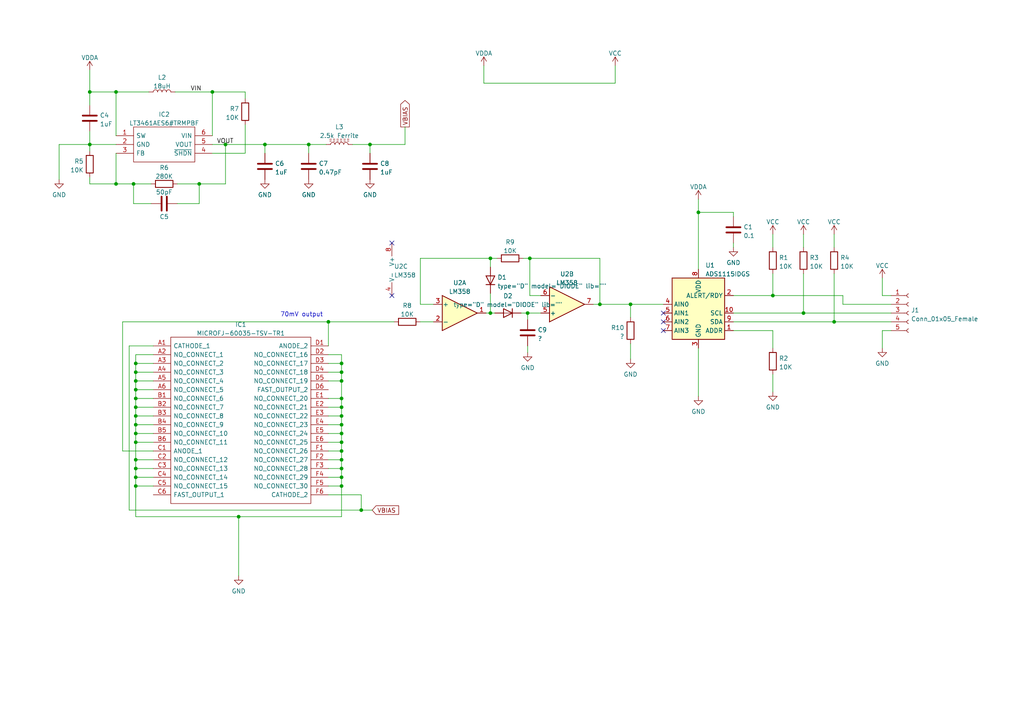
<source format=kicad_sch>
(kicad_sch (version 20211123) (generator eeschema)
  (paper "A4")
  (lib_symbols
    (symbol "Amplifier_Operational:LM358" (pin_names (offset 0.127))
      (property "Reference" "U" (at 0 5.08 0))
      (property "Value" "LM358" (at 0 -5.08 0))
      (symbol "LM358_1_1"
        (polyline (pts (xy -5.08 5.08) (xy 5.08 0) (xy -5.08 -5.08) (xy -5.08 5.08)) (stroke (width 0.254)) (fill (type background)))
        (pin output line (at 7.62 0 180) (length 2.54) (name "~") (number "1"))
        (pin input line (at -7.62 -2.54 0) (length 2.54) (name "-") (number "2"))
        (pin input line (at -7.62 2.54 0) (length 2.54) (name "+") (number "3"))
      )
      (symbol "LM358_2_1"
        (polyline (pts (xy -5.08 5.08) (xy 5.08 0) (xy -5.08 -5.08) (xy -5.08 5.08)) (stroke (width 0.254)) (fill (type background)))
        (pin input line (at -7.62 2.54 0) (length 2.54) (name "+") (number "5"))
        (pin input line (at -7.62 -2.54 0) (length 2.54) (name "-") (number "6"))
        (pin output line (at 7.62 0 180) (length 2.54) (name "~") (number "7"))
      )
      (symbol "LM358_3_1"
        (pin power_in line (at -2.54 -7.62 90) (length 3.81) (name "V-") (number "4"))
        (pin power_in line (at -2.54 7.62 270) (length 3.81) (name "V+") (number "8"))
      )
    )
    (symbol "Analog_ADC:ADS1115IDGS"
      (property "Reference" "U" (at 2.54 13.97 0))
      (property "Value" "ADS1115IDGS" (at 7.62 11.43 0))
      (symbol "ADS1115IDGS_0_1"
        (rectangle (start -7.62 10.16) (end 7.62 -7.62) (stroke (width 0.254)) (fill (type background)))
      )
      (symbol "ADS1115IDGS_1_1"
        (pin input line (at 10.16 -5.08 180) (length 2.54) (name "ADDR") (number "1"))
        (pin input line (at 10.16 0 180) (length 2.54) (name "SCL") (number "10"))
        (pin output line (at 10.16 5.08 180) (length 2.54) (name "ALERT/RDY") (number "2"))
        (pin power_in line (at 0 -10.16 90) (length 2.54) (name "GND") (number "3"))
        (pin input line (at -10.16 2.54 0) (length 2.54) (name "AIN0") (number "4"))
        (pin input line (at -10.16 0 0) (length 2.54) (name "AIN1") (number "5"))
        (pin input line (at -10.16 -2.54 0) (length 2.54) (name "AIN2") (number "6"))
        (pin input line (at -10.16 -5.08 0) (length 2.54) (name "AIN3") (number "7"))
        (pin power_in line (at 0 12.7 270) (length 2.54) (name "VDD") (number "8"))
        (pin bidirectional line (at 10.16 -2.54 180) (length 2.54) (name "SDA") (number "9"))
      )
    )
    (symbol "BuckBoost:LT3461AES6#TRMPBF" (pin_names (offset 0.762))
      (property "Reference" "IC" (at 24.13 7.62 0))
      (property "Value" "LT3461AES6#TRMPBF" (at 24.13 5.08 0))
      (symbol "LT3461AES6#TRMPBF_0_0"
        (pin passive line (at 0 0 0) (length 5.08) (name "SW") (number "1"))
        (pin passive line (at 0 -2.54 0) (length 5.08) (name "GND") (number "2"))
        (pin passive line (at 0 -5.08 0) (length 5.08) (name "FB") (number "3"))
        (pin passive line (at 27.94 -5.08 180) (length 5.08) (name "~{SHDN}") (number "4"))
        (pin passive line (at 27.94 -2.54 180) (length 5.08) (name "VOUT") (number "5"))
        (pin passive line (at 27.94 0 180) (length 5.08) (name "VIN") (number "6"))
      )
      (symbol "LT3461AES6#TRMPBF_0_1"
        (polyline (pts (xy 5.08 2.54) (xy 22.86 2.54) (xy 22.86 -7.62) (xy 5.08 -7.62) (xy 5.08 2.54)) (stroke (width 0.1524)))
      )
    )
    (symbol "Connector:Conn_01x05_Female" (pin_names (offset 1.016) hide)
      (property "Reference" "J" (at 0 7.62 0))
      (property "Value" "Conn_01x05_Female" (at 0 -7.62 0))
      (symbol "Conn_01x05_Female_1_1"
        (arc (start 0 -4.572) (mid -0.508 -5.08) (end 0 -5.588) (stroke (width 0.1524)))
        (arc (start 0 -2.032) (mid -0.508 -2.54) (end 0 -3.048) (stroke (width 0.1524)))
        (polyline (pts (xy -1.27 -5.08) (xy -0.508 -5.08)) (stroke (width 0.1524)))
        (polyline (pts (xy -1.27 -2.54) (xy -0.508 -2.54)) (stroke (width 0.1524)))
        (polyline (pts (xy -1.27 0) (xy -0.508 0)) (stroke (width 0.1524)))
        (polyline (pts (xy -1.27 2.54) (xy -0.508 2.54)) (stroke (width 0.1524)))
        (polyline (pts (xy -1.27 5.08) (xy -0.508 5.08)) (stroke (width 0.1524)))
        (arc (start 0 0.508) (mid -0.508 0) (end 0 -0.508) (stroke (width 0.1524)))
        (arc (start 0 3.048) (mid -0.508 2.54) (end 0 2.032) (stroke (width 0.1524)))
        (arc (start 0 5.588) (mid -0.508 5.08) (end 0 4.572) (stroke (width 0.1524)))
        (pin passive line (at -5.08 5.08 0) (length 3.81) (name "Pin_1") (number "1"))
        (pin passive line (at -5.08 2.54 0) (length 3.81) (name "Pin_2") (number "2"))
        (pin passive line (at -5.08 0 0) (length 3.81) (name "Pin_3") (number "3"))
        (pin passive line (at -5.08 -2.54 0) (length 3.81) (name "Pin_4") (number "4"))
        (pin passive line (at -5.08 -5.08 0) (length 3.81) (name "Pin_5") (number "5"))
      )
    )
    (symbol "Device:C" (pin_numbers hide) (pin_names (offset 0.254))
      (property "Reference" "C" (at 0.635 2.54 0))
      (property "Value" "C" (at 0.635 -2.54 0))
      (symbol "C_0_1"
        (polyline (pts (xy -2.032 -0.762) (xy 2.032 -0.762)) (stroke (width 0.508)))
        (polyline (pts (xy -2.032 0.762) (xy 2.032 0.762)) (stroke (width 0.508)))
      )
      (symbol "C_1_1"
        (pin passive line (at 0 3.81 270) (length 2.794) (name "~") (number "1"))
        (pin passive line (at 0 -3.81 90) (length 2.794) (name "~") (number "2"))
      )
    )
    (symbol "Device:L" (pin_numbers hide) (pin_names (offset 1.016) hide)
      (property "Reference" "L" (at -1.27 0 90))
      (property "Value" "L" (at 1.905 0 90))
      (symbol "L_0_1"
        (arc (start 0 -2.54) (mid 0.635 -1.905) (end 0 -1.27))
        (arc (start 0 -1.27) (mid 0.635 -0.635) (end 0 0))
        (arc (start 0 0) (mid 0.635 0.635) (end 0 1.27))
        (arc (start 0 1.27) (mid 0.635 1.905) (end 0 2.54))
      )
      (symbol "L_1_1"
        (pin passive line (at 0 3.81 270) (length 1.27) (name "1") (number "1"))
        (pin passive line (at 0 -3.81 90) (length 1.27) (name "2") (number "2"))
      )
    )
    (symbol "Device:L_Ferrite" (pin_numbers hide) (pin_names (offset 1.016) hide)
      (property "Reference" "L" (at -1.27 0 90))
      (property "Value" "L_Ferrite" (at 2.794 0 90))
      (symbol "L_Ferrite_0_1"
        (arc (start 0 -2.54) (mid 0.635 -1.905) (end 0 -1.27))
        (arc (start 0 -1.27) (mid 0.635 -0.635) (end 0 0))
        (polyline (pts (xy 1.016 -2.794) (xy 1.016 -2.286)))
        (polyline (pts (xy 1.016 -1.778) (xy 1.016 -1.27)))
        (polyline (pts (xy 1.016 -0.762) (xy 1.016 -0.254)))
        (polyline (pts (xy 1.016 0.254) (xy 1.016 0.762)))
        (polyline (pts (xy 1.016 1.27) (xy 1.016 1.778)))
        (polyline (pts (xy 1.016 2.286) (xy 1.016 2.794)))
        (polyline (pts (xy 1.524 -2.286) (xy 1.524 -2.794)))
        (polyline (pts (xy 1.524 -1.27) (xy 1.524 -1.778)))
        (polyline (pts (xy 1.524 -0.254) (xy 1.524 -0.762)))
        (polyline (pts (xy 1.524 0.762) (xy 1.524 0.254)))
        (polyline (pts (xy 1.524 1.778) (xy 1.524 1.27)))
        (polyline (pts (xy 1.524 2.794) (xy 1.524 2.286)))
        (arc (start 0 0) (mid 0.635 0.635) (end 0 1.27))
        (arc (start 0 1.27) (mid 0.635 1.905) (end 0 2.54))
      )
      (symbol "L_Ferrite_1_1"
        (pin passive line (at 0 3.81 270) (length 1.27) (name "1") (number "1"))
        (pin passive line (at 0 -3.81 90) (length 1.27) (name "2") (number "2"))
      )
    )
    (symbol "Device:R" (pin_numbers hide) (pin_names (offset 0))
      (property "Reference" "R" (at 2.032 0 90))
      (property "Value" "R" (at 0 0 90))
      (symbol "R_0_1"
        (rectangle (start -1.016 -2.54) (end 1.016 2.54) (stroke (width 0.254)))
      )
      (symbol "R_1_1"
        (pin passive line (at 0 3.81 270) (length 1.27) (name "~") (number "1"))
        (pin passive line (at 0 -3.81 90) (length 1.27) (name "~") (number "2"))
      )
    )
    (symbol "SiPM:MICROFJ-60035-TSV-TR1" (pin_names (offset 0.762))
      (property "Reference" "IC" (at 46.99 7.62 0))
      (property "Value" "MICROFJ-60035-TSV-TR1" (at 46.99 5.08 0))
      (symbol "MICROFJ-60035-TSV-TR1_0_0"
        (pin passive line (at 0 0 0) (length 5.08) (name "CATHODE_1") (number "A1"))
        (pin passive line (at 0 -2.54 0) (length 5.08) (name "NO_CONNECT_1") (number "A2"))
        (pin passive line (at 0 -5.08 0) (length 5.08) (name "NO_CONNECT_2") (number "A3"))
        (pin passive line (at 0 -7.62 0) (length 5.08) (name "NO_CONNECT_3") (number "A4"))
        (pin passive line (at 0 -10.16 0) (length 5.08) (name "NO_CONNECT_4") (number "A5"))
        (pin passive line (at 0 -12.7 0) (length 5.08) (name "NO_CONNECT_5") (number "A6"))
        (pin passive line (at 0 -15.24 0) (length 5.08) (name "NO_CONNECT_6") (number "B1"))
        (pin passive line (at 0 -17.78 0) (length 5.08) (name "NO_CONNECT_7") (number "B2"))
        (pin passive line (at 0 -20.32 0) (length 5.08) (name "NO_CONNECT_8") (number "B3"))
        (pin passive line (at 0 -22.86 0) (length 5.08) (name "NO_CONNECT_9") (number "B4"))
        (pin passive line (at 0 -25.4 0) (length 5.08) (name "NO_CONNECT_10") (number "B5"))
        (pin passive line (at 0 -27.94 0) (length 5.08) (name "NO_CONNECT_11") (number "B6"))
        (pin passive line (at 0 -30.48 0) (length 5.08) (name "ANODE_1") (number "C1"))
        (pin passive line (at 0 -33.02 0) (length 5.08) (name "NO_CONNECT_12") (number "C2"))
        (pin passive line (at 0 -35.56 0) (length 5.08) (name "NO_CONNECT_13") (number "C3"))
        (pin passive line (at 0 -38.1 0) (length 5.08) (name "NO_CONNECT_14") (number "C4"))
        (pin passive line (at 0 -40.64 0) (length 5.08) (name "NO_CONNECT_15") (number "C5"))
        (pin passive line (at 0 -43.18 0) (length 5.08) (name "FAST_OUTPUT_1") (number "C6"))
        (pin passive line (at 50.8 0 180) (length 5.08) (name "ANODE_2") (number "D1"))
        (pin passive line (at 50.8 -2.54 180) (length 5.08) (name "NO_CONNECT_16") (number "D2"))
        (pin passive line (at 50.8 -5.08 180) (length 5.08) (name "NO_CONNECT_17") (number "D3"))
        (pin passive line (at 50.8 -7.62 180) (length 5.08) (name "NO_CONNECT_18") (number "D4"))
        (pin passive line (at 50.8 -10.16 180) (length 5.08) (name "NO_CONNECT_19") (number "D5"))
        (pin passive line (at 50.8 -12.7 180) (length 5.08) (name "FAST_OUTPUT_2") (number "D6"))
        (pin passive line (at 50.8 -15.24 180) (length 5.08) (name "NO_CONNECT_20") (number "E1"))
        (pin passive line (at 50.8 -17.78 180) (length 5.08) (name "NO_CONNECT_21") (number "E2"))
        (pin passive line (at 50.8 -20.32 180) (length 5.08) (name "NO_CONNECT_22") (number "E3"))
        (pin passive line (at 50.8 -22.86 180) (length 5.08) (name "NO_CONNECT_23") (number "E4"))
        (pin passive line (at 50.8 -25.4 180) (length 5.08) (name "NO_CONNECT_24") (number "E5"))
        (pin passive line (at 50.8 -27.94 180) (length 5.08) (name "NO_CONNECT_25") (number "E6"))
        (pin passive line (at 50.8 -30.48 180) (length 5.08) (name "NO_CONNECT_26") (number "F1"))
        (pin passive line (at 50.8 -33.02 180) (length 5.08) (name "NO_CONNECT_27") (number "F2"))
        (pin passive line (at 50.8 -35.56 180) (length 5.08) (name "NO_CONNECT_28") (number "F3"))
        (pin passive line (at 50.8 -38.1 180) (length 5.08) (name "NO_CONNECT_29") (number "F4"))
        (pin passive line (at 50.8 -40.64 180) (length 5.08) (name "NO_CONNECT_30") (number "F5"))
        (pin passive line (at 50.8 -43.18 180) (length 5.08) (name "CATHODE_2") (number "F6"))
      )
      (symbol "MICROFJ-60035-TSV-TR1_0_1"
        (polyline (pts (xy 5.08 2.54) (xy 45.72 2.54) (xy 45.72 -45.72) (xy 5.08 -45.72) (xy 5.08 2.54)) (stroke (width 0.1524)))
      )
    )
    (symbol "Simulation_SPICE:DIODE" (pin_numbers hide) (pin_names (offset 1.016) hide)
      (property "Reference" "D" (at 0 2.54 0))
      (property "Value" "DIODE" (at 0 -2.54 0))
      (symbol "DIODE_0_1"
        (polyline (pts (xy 1.27 0) (xy -1.27 0)))
        (polyline (pts (xy 1.27 1.27) (xy 1.27 -1.27)) (stroke (width 0.254)))
        (polyline (pts (xy -1.27 -1.27) (xy -1.27 1.27) (xy 1.27 0) (xy -1.27 -1.27)) (stroke (width 0.254)))
      )
      (symbol "DIODE_1_1"
        (pin passive line (at -3.81 0 0) (length 2.54) (name "A") (number "1"))
        (pin passive line (at 3.81 0 180) (length 2.54) (name "K") (number "2"))
      )
    )
    (symbol "power:GND" (power) (pin_names (offset 0))
      (property "Value" "GND" (at 0 -3.81 0))
      (symbol "GND_0_1"
        (polyline (pts (xy 0 0) (xy 0 -1.27) (xy 1.27 -1.27) (xy 0 -2.54) (xy -1.27 -1.27) (xy 0 -1.27)))
      )
      (symbol "GND_1_1"
        (pin power_in line (at 0 0 270) (length 0) hide (name "GND") (number "1"))
      )
    )
    (symbol "power:VCC" (power) (pin_names (offset 0))
      (property "Value" "VCC" (at 0 3.81 0))
      (symbol "VCC_0_1"
        (polyline (pts (xy -0.762 1.27) (xy 0 2.54)))
        (polyline (pts (xy 0 0) (xy 0 2.54)))
        (polyline (pts (xy 0 2.54) (xy 0.762 1.27)))
      )
      (symbol "VCC_1_1"
        (pin power_in line (at 0 0 90) (length 0) hide (name "VCC") (number "1"))
      )
    )
    (symbol "power:VDDA" (power) (pin_names (offset 0))
      (property "Value" "VDDA" (at 0 3.81 0))
      (symbol "VDDA_0_1"
        (polyline (pts (xy -0.762 1.27) (xy 0 2.54)))
        (polyline (pts (xy 0 0) (xy 0 2.54)))
        (polyline (pts (xy 0 2.54) (xy 0.762 1.27)))
      )
      (symbol "VDDA_1_1"
        (pin power_in line (at 0 0 90) (length 0) hide (name "VDDA") (number "1"))
      )
    )
  )
  (junction (at 142.24 90.805))
  (junction (at 39.37 125.73))
  (junction (at 39.37 110.49))
  (junction (at 57.785 53.34))
  (junction (at 65.405 41.91))
  (junction (at 39.37 123.19))
  (junction (at 39.37 120.65))
  (junction (at 99.06 123.19))
  (junction (at 99.06 138.43))
  (junction (at 99.06 120.65))
  (junction (at 69.215 149.86))
  (junction (at 182.88 88.265))
  (junction (at 104.775 147.955))
  (junction (at 39.37 105.41))
  (junction (at 99.06 130.81))
  (junction (at 107.315 41.91))
  (junction (at 99.06 107.95))
  (junction (at 99.06 140.97))
  (junction (at 95.25 93.345))
  (junction (at 241.935 93.345))
  (junction (at 39.37 133.35))
  (junction (at 61.595 26.67))
  (junction (at 99.06 118.11))
  (junction (at 99.06 128.27))
  (junction (at 99.06 115.57))
  (junction (at 38.735 53.34))
  (junction (at 142.24 74.93))
  (junction (at 76.835 41.91))
  (junction (at 39.37 115.57))
  (junction (at 99.06 110.49))
  (junction (at 39.37 107.95))
  (junction (at 153.67 74.93))
  (junction (at 39.37 140.97))
  (junction (at 202.565 61.595))
  (junction (at 33.655 53.34))
  (junction (at 99.06 125.73))
  (junction (at 39.37 128.27))
  (junction (at 99.06 105.41))
  (junction (at 39.37 135.89))
  (junction (at 224.155 85.725))
  (junction (at 39.37 118.11))
  (junction (at 26.035 26.67))
  (junction (at 233.045 90.805))
  (junction (at 26.035 41.91))
  (junction (at 99.06 135.89))
  (junction (at 39.37 138.43))
  (junction (at 89.535 41.91))
  (junction (at 39.37 113.03))
  (junction (at 99.06 133.35))
  (junction (at 153.035 90.805))
  (junction (at 173.99 88.265))
  (junction (at 33.655 26.67))
  (no_connect (at 192.405 90.805))
  (no_connect (at 192.405 93.345))
  (no_connect (at 192.405 95.885))
  (no_connect (at 113.665 70.485))
  (no_connect (at 113.665 85.725))
  (wire (pts (xy 39.37 135.89) (xy 44.45 135.89)))
  (wire (pts (xy 33.655 53.34) (xy 38.735 53.34)))
  (wire (pts (xy 95.25 133.35) (xy 99.06 133.35)))
  (wire (pts (xy 44.45 107.95) (xy 39.37 107.95)))
  (wire (pts (xy 95.25 140.97) (xy 99.06 140.97)))
  (wire (pts (xy 39.37 138.43) (xy 39.37 140.97)))
  (wire (pts (xy 224.155 108.585) (xy 224.155 113.665)))
  (wire (pts (xy 182.88 88.265) (xy 182.88 92.075)))
  (wire (pts (xy 173.99 88.265) (xy 173.99 74.93)))
  (wire (pts (xy 39.37 135.89) (xy 39.37 138.43)))
  (wire (pts (xy 71.12 44.45) (xy 71.12 36.195)))
  (wire (pts (xy 44.45 133.35) (xy 39.37 133.35)))
  (wire (pts (xy 39.37 140.97) (xy 39.37 149.86)))
  (wire (pts (xy 26.035 53.34) (xy 33.655 53.34)))
  (wire (pts (xy 26.035 38.1) (xy 26.035 41.91)))
  (wire (pts (xy 142.24 74.93) (xy 142.24 77.47)))
  (wire (pts (xy 212.725 61.595) (xy 202.565 61.595)))
  (wire (pts (xy 107.315 41.91) (xy 102.235 41.91)))
  (wire (pts (xy 99.06 105.41) (xy 99.06 107.95)))
  (wire (pts (xy 39.37 113.03) (xy 39.37 115.57)))
  (wire (pts (xy 26.035 41.91) (xy 26.035 43.815)))
  (wire (pts (xy 95.25 135.89) (xy 99.06 135.89)))
  (wire (pts (xy 99.06 135.89) (xy 99.06 138.43)))
  (wire (pts (xy 142.24 85.09) (xy 142.24 90.805)))
  (wire (pts (xy 151.13 90.805) (xy 153.035 90.805)))
  (wire (pts (xy 99.06 140.97) (xy 99.06 149.86)))
  (wire (pts (xy 39.37 128.27) (xy 44.45 128.27)))
  (wire (pts (xy 44.45 123.19) (xy 39.37 123.19)))
  (wire (pts (xy 173.99 74.93) (xy 153.67 74.93)))
  (wire (pts (xy 61.595 41.91) (xy 65.405 41.91)))
  (wire (pts (xy 241.935 67.945) (xy 241.935 71.755)))
  (wire (pts (xy 39.37 115.57) (xy 44.45 115.57)))
  (wire (pts (xy 224.155 95.885) (xy 224.155 100.965)))
  (wire (pts (xy 140.335 19.05) (xy 140.335 24.13)))
  (wire (pts (xy 39.37 110.49) (xy 44.45 110.49)))
  (wire (pts (xy 26.035 51.435) (xy 26.035 53.34)))
  (wire (pts (xy 95.25 110.49) (xy 99.06 110.49)))
  (wire (pts (xy 104.775 143.51) (xy 104.775 147.955)))
  (wire (pts (xy 71.12 28.575) (xy 71.12 26.67)))
  (wire (pts (xy 144.145 74.93) (xy 142.24 74.93)))
  (wire (pts (xy 233.045 90.805) (xy 258.445 90.805)))
  (wire (pts (xy 224.155 85.725) (xy 224.155 79.375)))
  (wire (pts (xy 38.735 53.34) (xy 43.815 53.34)))
  (wire (pts (xy 258.445 85.725) (xy 255.905 85.725)))
  (wire (pts (xy 95.25 120.65) (xy 99.06 120.65)))
  (wire (pts (xy 202.565 100.965) (xy 202.565 114.935)))
  (wire (pts (xy 26.035 26.67) (xy 26.035 30.48)))
  (wire (pts (xy 99.06 102.87) (xy 99.06 105.41)))
  (wire (pts (xy 140.97 90.805) (xy 142.24 90.805)))
  (wire (pts (xy 95.25 118.11) (xy 99.06 118.11)))
  (wire (pts (xy 61.595 44.45) (xy 71.12 44.45)))
  (wire (pts (xy 173.99 88.265) (xy 182.88 88.265)))
  (wire (pts (xy 255.905 95.885) (xy 255.905 100.965)))
  (wire (pts (xy 69.215 149.86) (xy 39.37 149.86)))
  (wire (pts (xy 39.37 102.87) (xy 44.45 102.87)))
  (wire (pts (xy 95.25 130.81) (xy 99.06 130.81)))
  (wire (pts (xy 35.56 130.81) (xy 35.56 93.345)))
  (wire (pts (xy 233.045 67.945) (xy 233.045 71.755)))
  (wire (pts (xy 99.06 130.81) (xy 99.06 133.35)))
  (wire (pts (xy 99.06 128.27) (xy 99.06 130.81)))
  (wire (pts (xy 244.475 88.265) (xy 258.445 88.265)))
  (wire (pts (xy 99.06 115.57) (xy 99.06 118.11)))
  (wire (pts (xy 182.88 88.265) (xy 192.405 88.265)))
  (wire (pts (xy 224.155 67.945) (xy 224.155 71.755)))
  (wire (pts (xy 39.37 123.19) (xy 39.37 125.73)))
  (wire (pts (xy 76.835 41.91) (xy 89.535 41.91)))
  (wire (pts (xy 99.06 118.11) (xy 99.06 120.65)))
  (wire (pts (xy 117.475 41.91) (xy 117.475 36.83)))
  (wire (pts (xy 39.37 120.65) (xy 44.45 120.65)))
  (wire (pts (xy 26.035 20.32) (xy 26.035 26.67)))
  (wire (pts (xy 153.035 100.33) (xy 153.035 102.235)))
  (wire (pts (xy 95.25 128.27) (xy 99.06 128.27)))
  (wire (pts (xy 71.12 26.67) (xy 61.595 26.67)))
  (wire (pts (xy 95.25 143.51) (xy 104.775 143.51)))
  (wire (pts (xy 258.445 95.885) (xy 255.905 95.885)))
  (wire (pts (xy 26.035 26.67) (xy 33.655 26.67)))
  (wire (pts (xy 39.37 110.49) (xy 39.37 113.03)))
  (wire (pts (xy 39.37 133.35) (xy 39.37 135.89)))
  (wire (pts (xy 107.315 44.45) (xy 107.315 41.91)))
  (wire (pts (xy 156.845 85.725) (xy 153.67 85.725)))
  (wire (pts (xy 39.37 115.57) (xy 39.37 118.11)))
  (wire (pts (xy 140.335 24.13) (xy 178.435 24.13)))
  (wire (pts (xy 26.035 41.91) (xy 17.145 41.91)))
  (wire (pts (xy 95.25 93.345) (xy 114.3 93.345)))
  (wire (pts (xy 61.595 26.67) (xy 61.595 39.37)))
  (wire (pts (xy 95.25 115.57) (xy 99.06 115.57)))
  (wire (pts (xy 50.8 26.67) (xy 61.595 26.67)))
  (wire (pts (xy 89.535 41.91) (xy 89.535 44.45)))
  (wire (pts (xy 65.405 41.91) (xy 65.405 53.34)))
  (wire (pts (xy 33.655 26.67) (xy 43.18 26.67)))
  (wire (pts (xy 39.37 118.11) (xy 39.37 120.65)))
  (wire (pts (xy 44.45 130.81) (xy 35.56 130.81)))
  (wire (pts (xy 33.655 44.45) (xy 33.655 53.34)))
  (wire (pts (xy 65.405 53.34) (xy 57.785 53.34)))
  (wire (pts (xy 224.155 85.725) (xy 244.475 85.725)))
  (wire (pts (xy 212.725 70.485) (xy 212.725 71.755)))
  (wire (pts (xy 57.785 59.055) (xy 57.785 53.34)))
  (wire (pts (xy 202.565 57.785) (xy 202.565 61.595)))
  (wire (pts (xy 212.725 90.805) (xy 233.045 90.805)))
  (wire (pts (xy 95.25 105.41) (xy 99.06 105.41)))
  (wire (pts (xy 39.37 120.65) (xy 39.37 123.19)))
  (wire (pts (xy 39.37 128.27) (xy 39.37 133.35)))
  (wire (pts (xy 153.67 85.725) (xy 153.67 74.93)))
  (wire (pts (xy 241.935 93.345) (xy 241.935 79.375)))
  (wire (pts (xy 212.725 62.865) (xy 212.725 61.595)))
  (wire (pts (xy 76.835 41.91) (xy 76.835 44.45)))
  (wire (pts (xy 99.06 120.65) (xy 99.06 123.19)))
  (wire (pts (xy 107.315 41.91) (xy 117.475 41.91)))
  (wire (pts (xy 99.06 138.43) (xy 99.06 140.97)))
  (wire (pts (xy 39.37 105.41) (xy 39.37 107.95)))
  (wire (pts (xy 121.92 93.345) (xy 125.73 93.345)))
  (wire (pts (xy 37.465 147.955) (xy 104.775 147.955)))
  (wire (pts (xy 39.37 118.11) (xy 44.45 118.11)))
  (wire (pts (xy 51.435 59.055) (xy 57.785 59.055)))
  (wire (pts (xy 95.25 100.33) (xy 95.25 93.345)))
  (wire (pts (xy 44.45 113.03) (xy 39.37 113.03)))
  (wire (pts (xy 95.25 123.19) (xy 99.06 123.19)))
  (wire (pts (xy 39.37 102.87) (xy 39.37 105.41)))
  (wire (pts (xy 39.37 107.95) (xy 39.37 110.49)))
  (wire (pts (xy 95.25 125.73) (xy 99.06 125.73)))
  (wire (pts (xy 212.725 85.725) (xy 224.155 85.725)))
  (wire (pts (xy 172.085 88.265) (xy 173.99 88.265)))
  (wire (pts (xy 39.37 140.97) (xy 44.45 140.97)))
  (wire (pts (xy 95.25 138.43) (xy 99.06 138.43)))
  (wire (pts (xy 121.92 74.93) (xy 121.92 88.265)))
  (wire (pts (xy 44.45 100.33) (xy 37.465 100.33)))
  (wire (pts (xy 244.475 85.725) (xy 244.475 88.265)))
  (wire (pts (xy 69.215 167.005) (xy 69.215 149.86)))
  (wire (pts (xy 57.785 53.34) (xy 51.435 53.34)))
  (wire (pts (xy 142.24 90.805) (xy 143.51 90.805)))
  (wire (pts (xy 17.145 41.91) (xy 17.145 52.07)))
  (wire (pts (xy 142.24 74.93) (xy 121.92 74.93)))
  (wire (pts (xy 99.06 123.19) (xy 99.06 125.73)))
  (wire (pts (xy 26.035 41.91) (xy 33.655 41.91)))
  (wire (pts (xy 182.88 99.695) (xy 182.88 104.14)))
  (wire (pts (xy 104.775 147.955) (xy 107.95 147.955)))
  (wire (pts (xy 38.735 59.055) (xy 43.815 59.055)))
  (wire (pts (xy 65.405 41.91) (xy 76.835 41.91)))
  (wire (pts (xy 202.565 61.595) (xy 202.565 78.105)))
  (wire (pts (xy 99.06 110.49) (xy 99.06 115.57)))
  (wire (pts (xy 99.06 125.73) (xy 99.06 128.27)))
  (wire (pts (xy 151.765 74.93) (xy 153.67 74.93)))
  (wire (pts (xy 37.465 100.33) (xy 37.465 147.955)))
  (wire (pts (xy 39.37 138.43) (xy 44.45 138.43)))
  (wire (pts (xy 241.935 93.345) (xy 258.445 93.345)))
  (wire (pts (xy 39.37 125.73) (xy 39.37 128.27)))
  (wire (pts (xy 121.92 88.265) (xy 125.73 88.265)))
  (wire (pts (xy 38.735 53.34) (xy 38.735 59.055)))
  (wire (pts (xy 255.905 85.725) (xy 255.905 80.645)))
  (wire (pts (xy 39.37 105.41) (xy 44.45 105.41)))
  (wire (pts (xy 233.045 90.805) (xy 233.045 79.375)))
  (wire (pts (xy 35.56 93.345) (xy 95.25 93.345)))
  (wire (pts (xy 99.06 133.35) (xy 99.06 135.89)))
  (wire (pts (xy 212.725 95.885) (xy 224.155 95.885)))
  (wire (pts (xy 69.215 149.86) (xy 99.06 149.86)))
  (wire (pts (xy 212.725 93.345) (xy 241.935 93.345)))
  (wire (pts (xy 39.37 125.73) (xy 44.45 125.73)))
  (wire (pts (xy 95.25 102.87) (xy 99.06 102.87)))
  (wire (pts (xy 153.035 90.805) (xy 156.845 90.805)))
  (wire (pts (xy 153.035 92.71) (xy 153.035 90.805)))
  (wire (pts (xy 99.06 107.95) (xy 99.06 110.49)))
  (wire (pts (xy 178.435 24.13) (xy 178.435 19.05)))
  (wire (pts (xy 94.615 41.91) (xy 89.535 41.91)))
  (wire (pts (xy 95.25 107.95) (xy 99.06 107.95)))
  (wire (pts (xy 33.655 39.37) (xy 33.655 26.67)))
  (text "70mV output" (at 81.28 92.075 0) (effects (font (size 1.27 1.27)) (justify left bottom)))
  (label "VOUT" (at 62.865 41.91 0))
  (label "VIN" (at 55.245 26.67 0))
  (global_label "VBIAS" (shape input) (at 107.95 147.955 0) (property "Intersheet References" "${INTERSHEET_REFS}" (effects hide)))
  (global_label "VBIAS" (shape output) (at 117.475 36.83 90) (property "Intersheet References" "${INTERSHEET_REFS}" (effects hide)))
  (symbol (lib_id "Device:R") (at 224.155 75.565 0) (unit 1)
    (property "Reference" "R1" (at 225.933 74.7303 0) (effects (justify left)))
    (property "Value" "10K" (at 225.933 77.2672 0) (effects (justify left)))
    (property "Footprint" "Resistor_SMD:R_0603_1608Metric" (effects hide))
  )
  (symbol (lib_id "power:VCC") (at 233.045 67.945 0) (unit 1)
    (property "Reference" "#PWR0106" (effects hide))
    (property "Value" "VCC" (at 233.045 64.3692 0))
  )
  (symbol (lib_id "Connector:Conn_01x05_Female") (at 263.525 90.805 0) (unit 1)
    (property "Reference" "J1" (at 264.2362 89.9703 0) (effects (justify left)))
    (property "Value" "Conn_01x05_Female" (at 264.2362 92.5072 0) (effects (justify left)))
    (property "Footprint" "Connector_Molex:Molex_Pico-Lock_504050-0591_1x05-1MP_P1.50mm_Horizontal" (effects hide))
  )
  (symbol (lib_id "Device:R") (at 224.155 104.775 0) (unit 1)
    (property "Reference" "R2" (at 225.933 103.9403 0) (effects (justify left)))
    (property "Value" "10K" (at 225.933 106.4772 0) (effects (justify left)))
    (property "Footprint" "Resistor_SMD:R_0603_1608Metric" (effects hide))
  )
  (symbol (lib_id "Device:R") (at 147.955 74.93 90) (mirror x) (unit 1)
    (property "Reference" "R9" (at 147.955 70.2142 90))
    (property "Value" "10K" (at 147.955 72.7511 90))
    (property "Footprint" "Resistor_SMD:R_0603_1608Metric" (effects hide))
  )
  (symbol (lib_id "Simulation_SPICE:DIODE") (at 142.24 81.28 270) (unit 1)
    (property "Reference" "D1" (at 144.272 80.4453 90) (effects (justify left)))
    (property "Value" "DIODE" (at 144.272 82.9822 90) (effects (justify left)))
    (property "Footprint" "Diode_SMD:D_SOD-323" (effects hide))
    (property "Spice_Netlist_Enabled" "Y" (effects hide))
    (property "Spice_Primitive" "D" (effects hide))
  )
  (symbol (lib_id "Amplifier_Operational:LM358") (at 116.205 78.105 0) (unit 3)
    (property "Reference" "U2" (at 114.3 77.2703 0) (effects (justify left)))
    (property "Value" "LM358" (at 114.3 79.8072 0) (effects (justify left)))
    (property "Footprint" "Package_SO:SOIC-8-1EP_3.9x4.9mm_P1.27mm_EP2.29x3mm" (effects hide))
    (property "Datasheet" "http://www.ti.com/lit/ds/symlink/lm2904-n.pdf" (effects hide))
  )
  (symbol (lib_id "Device:R") (at 233.045 75.565 0) (unit 1)
    (property "Reference" "R3" (at 234.823 74.7303 0) (effects (justify left)))
    (property "Value" "10K" (at 234.823 77.2672 0) (effects (justify left)))
    (property "Footprint" "Resistor_SMD:R_0603_1608Metric" (effects hide))
  )
  (symbol (lib_id "Device:R") (at 241.935 75.565 0) (unit 1)
    (property "Reference" "R4" (at 243.713 74.7303 0) (effects (justify left)))
    (property "Value" "10K" (at 243.713 77.2672 0) (effects (justify left)))
    (property "Footprint" "Resistor_SMD:R_0603_1608Metric" (effects hide))
  )
  (symbol (lib_id "Device:R") (at 118.11 93.345 90) (mirror x) (unit 1)
    (property "Reference" "R8" (at 118.11 88.6292 90))
    (property "Value" "10K" (at 118.11 91.1661 90))
    (property "Footprint" "Resistor_SMD:R_0603_1608Metric" (effects hide))
  )
  (symbol (lib_id "power:GND") (at 107.315 52.07 0) (unit 1)
    (property "Reference" "#PWR0118" (effects hide))
    (property "Value" "GND" (at 107.315 56.5134 0))
  )
  (symbol (lib_id "Device:C") (at 26.035 34.29 0) (mirror y) (unit 1)
    (property "Reference" "C4" (at 28.956 33.4553 0) (effects (justify right)))
    (property "Value" "1uF" (at 28.956 35.9922 0) (effects (justify right)))
    (property "Footprint" "Capacitor_SMD:C_0603_1608Metric" (effects hide))
  )
  (symbol (lib_id "Amplifier_Operational:LM358") (at 133.35 90.805 0) (unit 1)
    (property "Reference" "U2" (at 133.35 82.0252 0))
    (property "Value" "LM358" (at 133.35 84.5621 0))
    (property "Footprint" "Package_SO:SOIC-8-1EP_3.9x4.9mm_P1.27mm_EP2.29x3mm" (effects hide))
    (property "Datasheet" "http://www.ti.com/lit/ds/symlink/lm2904-n.pdf" (effects hide))
  )
  (symbol (lib_id "power:GND") (at 182.88 104.14 0) (unit 1)
    (property "Reference" "#PWR0119" (effects hide))
    (property "Value" "GND" (at 182.88 108.5834 0))
  )
  (symbol (lib_id "BuckBoost:LT3461AES6#TRMPBF") (at 33.655 39.37 0) (unit 1)
    (property "Reference" "IC2" (at 47.625 33.181 0))
    (property "Value" "LT3461AES6#TRMPBF" (at 47.625 35.7179 0))
    (property "Footprint" "Package_TO_SOT_SMD:TSOT-23-6" (effects hide))
    (property "Datasheet" "https://componentsearchengine.com/Datasheets/1/LT3461AES6#TRMPBF.pdf" (effects hide))
    (property "Description" "Linear Technology LT3461AES6#TRMPBF, Step Up DC-DC Converter, 600mA, Adjustable, 6-Pin TSOT-23" (effects hide))
    (property "Height" "1" (effects hide))
    (property "Mouser Part Number" "584-LT3461AES6TRMPBF" (effects hide))
    (property "Mouser Price/Stock" "https://www.mouser.com/Search/Refine.aspx?Keyword=584-LT3461AES6TRMPBF" (effects hide))
    (property "Manufacturer_Name" "Analog Devices" (effects hide))
    (property "Manufacturer_Part_Number" "LT3461AES6#TRMPBF" (effects hide))
  )
  (symbol (lib_id "power:VDDA") (at 202.565 57.785 0) (unit 1)
    (property "Reference" "#PWR0101" (effects hide))
    (property "Value" "VDDA" (at 202.565 54.2092 0))
  )
  (symbol (lib_id "power:GND") (at 224.155 113.665 0) (unit 1)
    (property "Reference" "#PWR0104" (effects hide))
    (property "Value" "GND" (at 224.155 118.1084 0))
  )
  (symbol (lib_id "power:VCC") (at 255.905 80.645 0) (unit 1)
    (property "Reference" "#PWR0109" (effects hide))
    (property "Value" "VCC" (at 255.905 77.0692 0))
  )
  (symbol (lib_id "power:GND") (at 89.535 52.07 0) (unit 1)
    (property "Reference" "#PWR0116" (effects hide))
    (property "Value" "GND" (at 89.535 56.5134 0))
  )
  (symbol (lib_id "power:VCC") (at 241.935 67.945 0) (unit 1)
    (property "Reference" "#PWR0107" (effects hide))
    (property "Value" "VCC" (at 241.935 64.3692 0))
  )
  (symbol (lib_id "Device:C") (at 76.835 48.26 0) (unit 1)
    (property "Reference" "C6" (at 79.756 47.4253 0) (effects (justify left)))
    (property "Value" "1uF" (at 79.756 49.9622 0) (effects (justify left)))
    (property "Footprint" "Capacitor_SMD:C_0603_1608Metric" (effects hide))
  )
  (symbol (lib_id "power:VDDA") (at 26.035 20.32 0) (unit 1)
    (property "Reference" "#PWR0114" (effects hide))
    (property "Value" "VDDA" (at 26.035 16.7442 0))
  )
  (symbol (lib_id "power:GND") (at 212.725 71.755 0) (unit 1)
    (property "Reference" "#PWR0102" (effects hide))
    (property "Value" "GND" (at 212.725 76.1984 0))
  )
  (symbol (lib_id "power:GND") (at 255.905 100.965 0) (unit 1)
    (property "Reference" "#PWR0108" (effects hide))
    (property "Value" "GND" (at 255.905 105.4084 0))
  )
  (symbol (lib_id "Device:C") (at 47.625 59.055 270) (unit 1)
    (property "Reference" "C5" (at 47.625 62.865 90))
    (property "Value" "50pF" (at 47.625 55.7331 90))
    (property "Footprint" "Capacitor_SMD:C_0603_1608Metric" (effects hide))
  )
  (symbol (lib_id "Device:C") (at 107.315 48.26 0) (unit 1)
    (property "Reference" "C8" (at 110.236 47.4253 0) (effects (justify left)))
    (property "Value" "1uF" (at 110.236 49.9622 0) (effects (justify left)))
    (property "Footprint" "Capacitor_SMD:C_0603_1608Metric" (effects hide))
  )
  (symbol (lib_id "power:GND") (at 76.835 52.07 0) (unit 1)
    (property "Reference" "#PWR0117" (effects hide))
    (property "Value" "GND" (at 76.835 56.5134 0))
  )
  (symbol (lib_id "Device:C") (at 89.535 48.26 0) (unit 1)
    (property "Reference" "C7" (at 92.456 47.4253 0) (effects (justify left)))
    (property "Value" "0.47pF" (at 92.456 49.9622 0) (effects (justify left)))
    (property "Footprint" "Capacitor_SMD:C_0603_1608Metric" (effects hide))
  )
  (symbol (lib_id "power:VCC") (at 224.155 67.945 0) (unit 1)
    (property "Reference" "#PWR0103" (effects hide))
    (property "Value" "VCC" (at 224.155 64.3692 0))
  )
  (symbol (lib_id "Device:R") (at 47.625 53.34 90) (mirror x) (unit 1)
    (property "Reference" "R6" (at 47.625 48.6242 90))
    (property "Value" "280K" (at 47.625 51.1611 90))
    (property "Footprint" "Resistor_SMD:R_0603_1608Metric" (effects hide))
  )
  (symbol (lib_id "Device:C") (at 153.035 96.52 0) (unit 1)
    (property "Reference" "C9" (at 155.956 95.6853 0) (effects (justify left)))
    (property "Value" "?" (at 155.956 98.2222 0) (effects (justify left)))
    (property "Footprint" "Capacitor_SMD:C_0603_1608Metric" (effects hide))
  )
  (symbol (lib_id "Amplifier_Operational:LM358") (at 164.465 88.265 0) (mirror x) (unit 2)
    (property "Reference" "U2" (at 164.465 79.4852 0))
    (property "Value" "LM358" (at 164.465 82.0221 0))
    (property "Footprint" "Package_SO:SOIC-8-1EP_3.9x4.9mm_P1.27mm_EP2.29x3mm" (effects hide))
    (property "Datasheet" "http://www.ti.com/lit/ds/symlink/lm2904-n.pdf" (effects hide))
  )
  (symbol (lib_id "Device:R") (at 182.88 95.885 0) (mirror x) (unit 1)
    (property "Reference" "R10" (at 181.102 95.0503 0) (effects (justify right)))
    (property "Value" "?" (at 181.102 97.5872 0) (effects (justify right)))
    (property "Footprint" "Resistor_SMD:R_0603_1608Metric" (effects hide))
  )
  (symbol (lib_id "power:GND") (at 153.035 102.235 0) (unit 1)
    (property "Reference" "#PWR0120" (effects hide))
    (property "Value" "GND" (at 153.035 106.6784 0))
  )
  (symbol (lib_id "power:GND") (at 17.145 52.07 0) (unit 1)
    (property "Reference" "#PWR0121" (effects hide))
    (property "Value" "GND" (at 17.145 56.5134 0))
  )
  (symbol (lib_id "Device:L_Ferrite") (at 98.425 41.91 90) (unit 1)
    (property "Reference" "L3" (at 98.425 36.8132 90))
    (property "Value" "2.5k Ferrite" (at 98.425 39.3501 90))
    (property "Footprint" "Resistor_SMD:R_0603_1608Metric" (effects hide))
  )
  (symbol (lib_id "Device:R") (at 71.12 32.385 0) (mirror y) (unit 1)
    (property "Reference" "R7" (at 69.342 31.5503 0) (effects (justify left)))
    (property "Value" "10K" (at 69.342 34.0872 0) (effects (justify left)))
    (property "Footprint" "Resistor_SMD:R_0603_1608Metric" (effects hide))
  )
  (symbol (lib_id "Device:C") (at 212.725 66.675 0) (unit 1)
    (property "Reference" "C1" (at 215.646 65.8403 0) (effects (justify left)))
    (property "Value" "0.1" (at 215.646 68.3772 0) (effects (justify left)))
    (property "Footprint" "Capacitor_SMD:C_0603_1608Metric" (effects hide))
  )
  (symbol (lib_id "power:VDDA") (at 140.335 19.05 0) (unit 1)
    (property "Reference" "#PWR0111" (effects hide))
    (property "Value" "VDDA" (at 140.335 15.4742 0))
  )
  (symbol (lib_id "power:VCC") (at 178.435 19.05 0) (unit 1)
    (property "Reference" "#PWR0113" (effects hide))
    (property "Value" "VCC" (at 178.435 15.4742 0))
  )
  (symbol (lib_id "Analog_ADC:ADS1115IDGS") (at 202.565 90.805 0) (unit 1)
    (property "Reference" "U1" (at 204.5844 76.9452 0) (effects (justify left)))
    (property "Value" "ADS1115IDGS" (at 204.5844 79.4821 0) (effects (justify left)))
    (property "Footprint" "Package_SO:TSSOP-10_3x3mm_P0.5mm" (effects hide))
    (property "Datasheet" "http://www.ti.com/lit/ds/symlink/ads1113.pdf" (effects hide))
  )
  (symbol (lib_id "Simulation_SPICE:DIODE") (at 147.32 90.805 0) (unit 1)
    (property "Reference" "D2" (at 147.32 85.8352 0))
    (property "Value" "DIODE" (at 147.32 88.3721 0))
    (property "Footprint" "Diode_SMD:D_SOD-323" (effects hide))
    (property "Spice_Netlist_Enabled" "Y" (effects hide))
    (property "Spice_Primitive" "D" (effects hide))
  )
  (symbol (lib_id "Device:L") (at 46.99 26.67 90) (unit 1)
    (property "Reference" "L2" (at 46.99 22.4622 90))
    (property "Value" "18uH" (at 46.99 24.9991 90))
    (property "Footprint" "Inductor_SMD:L_1210_3225Metric" (effects hide))
  )
  (symbol (lib_id "SiPM:MICROFJ-60035-TSV-TR1") (at 44.45 100.33 0) (unit 1)
    (property "Reference" "IC1" (at 69.85 94.141 0))
    (property "Value" "MICROFJ-60035-TSV-TR1" (at 69.85 96.6779 0))
    (property "Footprint" "SiPM:MICROFJ60035TSVTR1" (effects hide))
    (property "Datasheet" "https://www.onsemi.com/pdf/datasheet/microj-series-d.pdf" (effects hide))
    (property "Description" "Photodiodes J-SERIES 6MM 35U TSV" (effects hide))
    (property "Height" "0.67" (effects hide))
    (property "Mouser Part Number" "863-MFJ60035TSVTR1" (effects hide))
    (property "Mouser Price/Stock" "https://www.mouser.co.uk/ProductDetail/onsemi/MICROFJ-60035-TSV-TR1?qs=byeeYqUIh0NZJG9dg5%252B6Ug%3D%3D" (effects hide))
    (property "Manufacturer_Name" "onsemi" (effects hide))
    (property "Manufacturer_Part_Number" "MICROFJ-60035-TSV-TR1" (effects hide))
  )
  (symbol (lib_id "power:GND") (at 69.215 167.005 0) (unit 1)
    (property "Reference" "#PWR0115" (effects hide))
    (property "Value" "GND" (at 69.215 171.4484 0))
  )
  (symbol (lib_id "Device:R") (at 26.035 47.625 0) (mirror x) (unit 1)
    (property "Reference" "R5" (at 24.257 46.7903 0) (effects (justify right)))
    (property "Value" "10K" (at 24.257 49.3272 0) (effects (justify right)))
    (property "Footprint" "Resistor_SMD:R_0603_1608Metric" (effects hide))
  )
  (symbol (lib_id "power:GND") (at 202.565 114.935 0) (unit 1)
    (property "Reference" "#PWR0105" (effects hide))
    (property "Value" "GND" (at 202.565 119.3784 0))
  )
)
</source>
